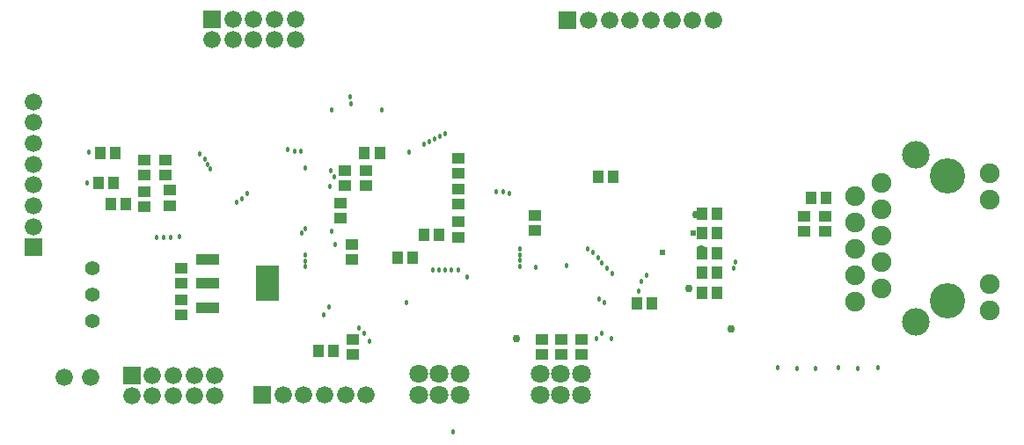
<source format=gbs>
%FSLAX23Y23*%
%MOIN*%
G04 EasyPC Gerber Version 16.0.6 Build 3249 *
%ADD19R,0.04340X0.04931*%
%ADD22R,0.09065X0.13395*%
%ADD71R,0.06600X0.06600*%
%ADD11C,0.01800*%
%ADD13C,0.02400*%
%ADD12C,0.03000*%
%ADD106C,0.03500*%
%ADD20C,0.05521*%
%ADD70C,0.06600*%
%ADD17C,0.07096*%
%ADD14C,0.07490*%
%ADD107C,0.10443*%
%ADD16C,0.13395*%
%ADD18R,0.04931X0.04340*%
%ADD21R,0.09065X0.04340*%
X0Y0D02*
D02*
D11*
X361Y1470D03*
X366Y1585D03*
X622Y1262D03*
X648Y1261D03*
X677D03*
X711Y1265D03*
X786Y1580D03*
X806Y1560D03*
X815Y1540D03*
X827Y1521D03*
X926Y1395D03*
X946Y1410D03*
X966Y1430D03*
X1121Y1595D03*
X1146Y1590D03*
X1171D03*
X1172Y1279D03*
X1185Y1174D03*
X1186Y1151D03*
Y1197D03*
Y1295D03*
Y1525D03*
X1256Y970D03*
X1276Y1000D03*
X1281Y1455D03*
X1283Y1515D03*
X1286Y1285D03*
Y1745D03*
X1297Y1493D03*
X1301Y1235D03*
X1356Y1795D03*
X1361Y1770D03*
X1391Y920D03*
X1411Y900D03*
X1431Y870D03*
X1476Y1745D03*
X1571Y1015D03*
X1581Y1585D03*
X1636Y1615D03*
X1656Y1625D03*
X1669Y1138D03*
X1676Y1635D03*
X1692Y1138D03*
X1696Y1645D03*
X1716Y1140D03*
Y1655D03*
X1741Y1140D03*
X1746Y525D03*
X1767Y1139D03*
X1801Y1113D03*
X1911Y1435D03*
X1936D03*
X1961Y1430D03*
X2001Y1153D03*
Y1175D03*
Y1197D03*
Y1220D03*
X2061Y1150D03*
X2176Y1155D03*
X2256Y1220D03*
X2276Y1205D03*
X2291Y880D03*
X2296Y1185D03*
X2301Y1030D03*
X2311Y900D03*
Y1165D03*
X2321Y1015D03*
X2331Y1145D03*
X2346Y880D03*
X2351Y1125D03*
X2451Y1060D03*
X2461Y1095D03*
X2481Y1120D03*
X2811Y1145D03*
X2816Y1170D03*
X2976Y770D03*
X3051Y765D03*
X3121D03*
X3206Y770D03*
X3281Y765D03*
X3356Y770D03*
D02*
D12*
X1986Y880D03*
X2641Y1070D03*
X2666Y1350D03*
X2801Y915D03*
D02*
D13*
X2541Y1205D03*
X2656Y1280D03*
D02*
D14*
X3271Y1020D03*
Y1120D03*
Y1220D03*
Y1320D03*
Y1420D03*
X3371Y1070D03*
Y1170D03*
Y1270D03*
Y1370D03*
Y1470D03*
X3781Y985D03*
Y1085D03*
Y1407D03*
Y1507D03*
D02*
D16*
X3621Y1021D03*
Y1495D03*
D02*
D17*
X1615Y667D03*
Y745D03*
X1694Y667D03*
Y745D03*
X1772Y667D03*
Y745D03*
X2075Y667D03*
Y745D03*
X2154Y667D03*
Y745D03*
X2232Y667D03*
Y745D03*
D02*
D18*
X575Y1380D03*
Y1437D03*
Y1500D03*
Y1557D03*
X655Y1500D03*
Y1557D03*
X672Y1384D03*
Y1441D03*
X715Y970D03*
Y1027D03*
X717Y1089D03*
Y1146D03*
X1320Y1335D03*
Y1392D03*
X1337Y1459D03*
Y1516D03*
X1362Y1179D03*
Y1236D03*
X1365Y820D03*
Y877D03*
X1417Y1459D03*
Y1516D03*
X1765Y1505D03*
Y1562D03*
X1767Y1264D03*
Y1321D03*
Y1389D03*
Y1446D03*
X2057Y1289D03*
Y1346D03*
X2082Y819D03*
Y876D03*
X2157Y819D03*
Y876D03*
X2232Y819D03*
Y876D03*
X3075Y1285D03*
Y1342D03*
X3155Y1285D03*
Y1342D03*
D02*
D19*
X404Y1469D03*
X409Y1584D03*
X449Y1389D03*
X461Y1469D03*
X466Y1584D03*
X506Y1389D03*
X1236Y831D03*
X1293D03*
X1411Y1581D03*
X1468D03*
X1536Y1186D03*
X1593D03*
X1636Y1271D03*
X1693D03*
X2296Y1491D03*
X2353D03*
X2444Y1014D03*
X2501D03*
X2689Y1054D03*
Y1129D03*
Y1204D03*
Y1279D03*
Y1354D03*
X2746Y1054D03*
Y1129D03*
Y1204D03*
Y1279D03*
Y1354D03*
X3104Y1414D03*
X3161D03*
D02*
D70*
X155Y1304D03*
Y1383D03*
Y1462D03*
Y1540D03*
Y1619D03*
Y1698D03*
Y1777D03*
X273Y731D03*
X373D03*
X529Y662D03*
X607D03*
Y740D03*
X686Y662D03*
Y740D03*
X765Y662D03*
Y740D03*
X834Y2012D03*
X843Y662D03*
Y740D03*
X912Y2012D03*
Y2090D03*
X991Y2012D03*
Y2090D03*
X1070Y2012D03*
Y2090D03*
X1102Y665D03*
X1148Y2012D03*
Y2090D03*
X1181Y665D03*
X1260D03*
X1339D03*
X1417D03*
X2260Y2087D03*
X2338D03*
X2417D03*
X2496D03*
X2575D03*
X2653D03*
X2732D03*
D02*
D71*
X155Y1225D03*
X529Y740D03*
X834Y2090D03*
X1024Y665D03*
X2181Y2087D03*
D02*
D20*
X381Y945D03*
Y1045D03*
Y1145D03*
D02*
D21*
X816Y997D03*
Y1088D03*
Y1178D03*
D02*
D22*
X1044Y1088D03*
D02*
D106*
X2685Y1217D03*
D02*
D107*
X3501Y941D03*
Y1575D03*
X0Y0D02*
M02*

</source>
